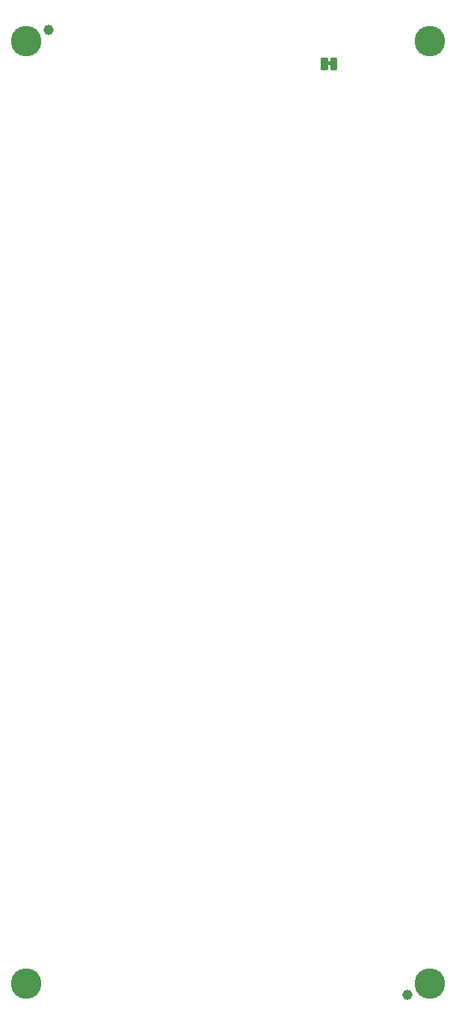
<source format=gbs>
G04 EAGLE Gerber RS-274X export*
G75*
%MOMM*%
%FSLAX34Y34*%
%LPD*%
%INSoldermask Bottom*%
%IPPOS*%
%AMOC8*
5,1,8,0,0,1.08239X$1,22.5*%
G01*
%ADD10C,1.152400*%
%ADD11C,3.454400*%
%ADD12C,0.251966*%

G36*
X370270Y1064907D02*
X370270Y1064907D01*
X370336Y1064909D01*
X370379Y1064927D01*
X370426Y1064935D01*
X370483Y1064969D01*
X370543Y1064994D01*
X370578Y1065025D01*
X370619Y1065050D01*
X370661Y1065101D01*
X370709Y1065145D01*
X370731Y1065187D01*
X370760Y1065224D01*
X370781Y1065286D01*
X370812Y1065345D01*
X370820Y1065399D01*
X370832Y1065436D01*
X370831Y1065476D01*
X370839Y1065530D01*
X370839Y1068070D01*
X370828Y1068135D01*
X370826Y1068201D01*
X370808Y1068244D01*
X370800Y1068291D01*
X370766Y1068348D01*
X370741Y1068408D01*
X370710Y1068443D01*
X370685Y1068484D01*
X370634Y1068526D01*
X370590Y1068574D01*
X370548Y1068596D01*
X370511Y1068625D01*
X370449Y1068646D01*
X370390Y1068677D01*
X370336Y1068685D01*
X370299Y1068697D01*
X370259Y1068696D01*
X370205Y1068704D01*
X366395Y1068704D01*
X366330Y1068693D01*
X366264Y1068691D01*
X366221Y1068673D01*
X366174Y1068665D01*
X366117Y1068631D01*
X366057Y1068606D01*
X366022Y1068575D01*
X365981Y1068550D01*
X365940Y1068499D01*
X365891Y1068455D01*
X365869Y1068413D01*
X365840Y1068376D01*
X365819Y1068314D01*
X365788Y1068255D01*
X365780Y1068201D01*
X365768Y1068164D01*
X365768Y1068161D01*
X365769Y1068124D01*
X365761Y1068070D01*
X365761Y1065530D01*
X365772Y1065465D01*
X365774Y1065399D01*
X365792Y1065356D01*
X365800Y1065309D01*
X365834Y1065252D01*
X365859Y1065192D01*
X365890Y1065157D01*
X365915Y1065116D01*
X365966Y1065075D01*
X366010Y1065026D01*
X366052Y1065004D01*
X366089Y1064975D01*
X366151Y1064954D01*
X366210Y1064923D01*
X366264Y1064915D01*
X366301Y1064903D01*
X366341Y1064904D01*
X366395Y1064896D01*
X370205Y1064896D01*
X370270Y1064907D01*
G37*
D10*
X50800Y1104900D03*
X457200Y12700D03*
D11*
X482600Y1092200D03*
X25400Y1092200D03*
X482600Y25400D03*
X25400Y25400D03*
D12*
X360289Y1060948D02*
X365897Y1060948D01*
X360289Y1060948D02*
X360289Y1072652D01*
X365897Y1072652D01*
X365897Y1060948D01*
X365897Y1063342D02*
X360289Y1063342D01*
X360289Y1065736D02*
X365897Y1065736D01*
X365897Y1068130D02*
X360289Y1068130D01*
X360289Y1070524D02*
X365897Y1070524D01*
X370703Y1060948D02*
X376311Y1060948D01*
X370703Y1060948D02*
X370703Y1072652D01*
X376311Y1072652D01*
X376311Y1060948D01*
X376311Y1063342D02*
X370703Y1063342D01*
X370703Y1065736D02*
X376311Y1065736D01*
X376311Y1068130D02*
X370703Y1068130D01*
X370703Y1070524D02*
X376311Y1070524D01*
M02*

</source>
